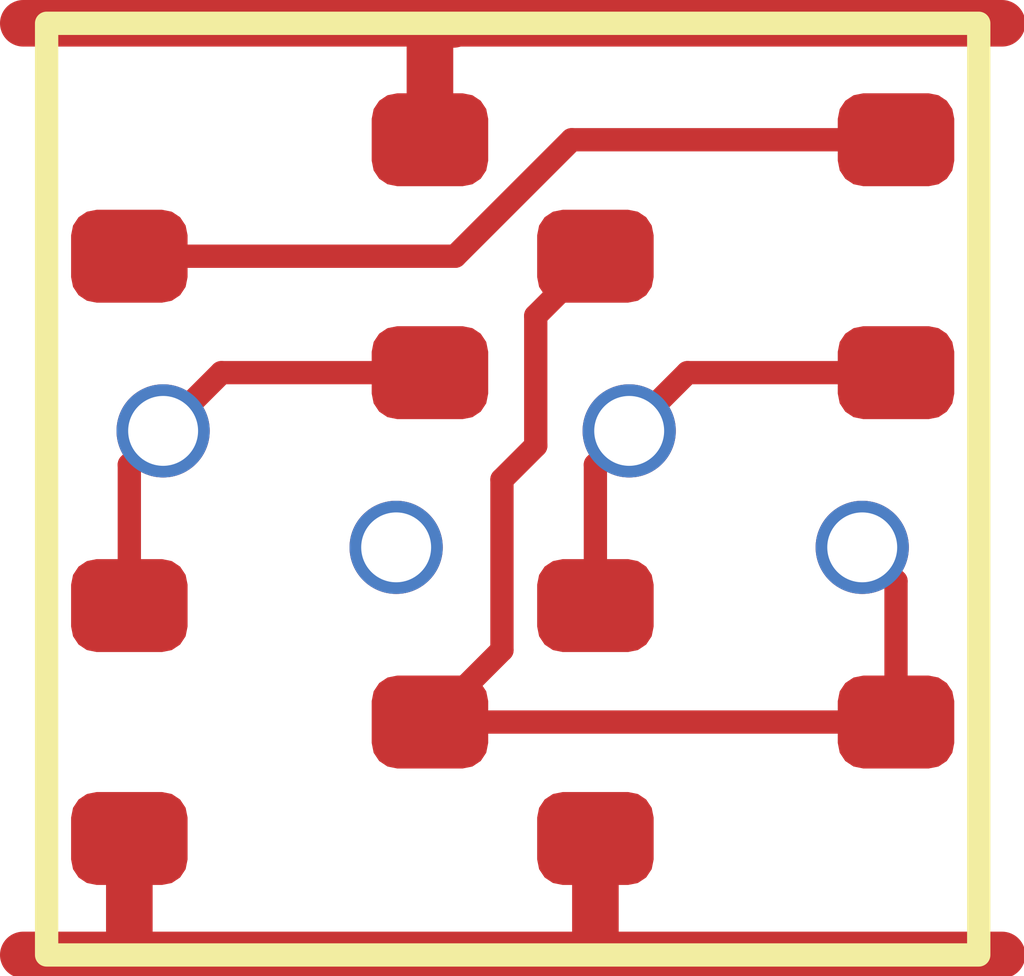
<source format=kicad_pcb>
(kicad_pcb (version 20241229) (generator "pcbnew") (generator_version "9.0")
  (layers (0 "F.Cu" signal) (2 "B.Cu" signal) (13 "F.Paste" user) (15 "B.Paste" user) (5 "F.SilkS" user "F.Silkscreen") (7 "B.SilkS" user "B.Silkscreen") (1 "F.Mask" user) (3 "B.Mask" user) (25 "Edge.Cuts" user))
  (net 0 "")
  (net 1 "Y")
  (net 2 "GND")
  (net 3 "A1")
  (net 4 "VDD")
  (net 5 "int1")
  (net 6 "A2")
  (footprint "RV523:SOT523" (layer "F.Cu") (at 3 1 180)
    (property "Reference" "N2" (hide yes))
    (property "Value" "NMOS" (hide yes))
    (pad "1" smd roundrect (at -0.645 -0.5) (size 0.5 0.399) (layers "F.Cu" "F.Mask" "F.Paste") (roundrect_rratio 0.275) (net 6 "A2"))
    (pad "2" smd roundrect (at -0.645 0.5) (size 0.5 0.399) (layers "F.Cu" "F.Mask" "F.Paste") (roundrect_rratio 0.275) (net 5 "int1"))
    (pad "3" smd roundrect (at 0.645 0) (size 0.5 0.399) (layers "F.Cu" "F.Mask" "F.Paste") (roundrect_rratio 0.275) (net 1 "Y"))
  )
  (footprint "RV523:SOT523" (layer "F.Cu") (at 3 3)
    (property "Reference" "P2" (hide yes))
    (property "Value" "PMOS" (hide yes))
    (pad "1" smd roundrect (at -0.645 -0.5 180) (size 0.5 0.399) (layers "F.Cu" "F.Mask" "F.Paste") (roundrect_rratio 0.275) (net 6 "A2"))
    (pad "2" smd roundrect (at -0.645 0.5 180) (size 0.5 0.399) (layers "F.Cu" "F.Mask" "F.Paste") (roundrect_rratio 0.275) (net 4 "VDD"))
    (pad "3" smd roundrect (at 0.645 0 180) (size 0.5 0.399) (layers "F.Cu" "F.Mask" "F.Paste") (roundrect_rratio 0.275) (net 1 "Y"))
  )
  (footprint "RV523:SOT523" (layer "F.Cu") (at 1 1 180)
    (property "Reference" "N1" (hide yes))
    (property "Value" "NMOS" (hide yes))
    (pad "1" smd roundrect (at -0.645 -0.5) (size 0.5 0.399) (layers "F.Cu" "F.Mask" "F.Paste") (roundrect_rratio 0.275) (net 3 "A1"))
    (pad "2" smd roundrect (at -0.645 0.5) (size 0.5 0.399) (layers "F.Cu" "F.Mask" "F.Paste") (roundrect_rratio 0.275) (net 2 "GND"))
    (pad "3" smd roundrect (at 0.645 0) (size 0.5 0.399) (layers "F.Cu" "F.Mask" "F.Paste") (roundrect_rratio 0.275) (net 5 "int1"))
  )
  (footprint "RV523:SOT523" (layer "F.Cu") (at 1 3)
    (property "Reference" "P1" (hide yes))
    (property "Value" "PMOS" (hide yes))
    (pad "1" smd roundrect (at -0.645 -0.5 180) (size 0.5 0.399) (layers "F.Cu" "F.Mask" "F.Paste") (roundrect_rratio 0.275) (net 3 "A1"))
    (pad "2" smd roundrect (at -0.645 0.5 180) (size 0.5 0.399) (layers "F.Cu" "F.Mask" "F.Paste") (roundrect_rratio 0.275) (net 4 "VDD"))
    (pad "3" smd roundrect (at 0.645 0 180) (size 0.5 0.399) (layers "F.Cu" "F.Mask" "F.Paste") (roundrect_rratio 0.275) (net 1 "Y"))
  )
  (gr_rect (start 0 0) (end 4 4) (stroke (width 0.1)) (fill no) (layer "F.SilkS"))
  (via (at 1.5 2.25) (size 0.4) (drill 0.3) (layers "F.Cu" "B.Cu") (net 0))
  (segment (start 3.645 3) (end 3.645 2.395) (width 0.1) (layer "F.Cu") (net 1))
  (segment (start 3.645 2.395) (end 3.5 2.25) (width 0.1) (layer "F.Cu") (net 1))
  (segment (start 1.954 1.959) (end 2.099 1.814) (width 0.1) (layer "F.Cu") (net 1))
  (segment (start 2.099 1.256) (end 2.355 1) (width 0.1) (layer "F.Cu") (net 1))
  (segment (start 1.954 2.691) (end 1.954 1.959) (width 0.1) (layer "F.Cu") (net 1))
  (segment (start 1.645 3) (end 1.954 2.691) (width 0.1) (layer "F.Cu") (net 1))
  (segment (start 3.645 3) (end 1.645 3) (width 0.1) (layer "F.Cu") (net 1))
  (segment (start 2.099 1.814) (end 2.099 1.256) (width 0.1) (layer "F.Cu") (net 1))
  (via (at 3.5 2.25) (size 0.4) (drill 0.3) (layers "F.Cu" "B.Cu") (net 1))
  (segment (start 1.6 0) (end 1.75 0) (width 0.2) (layer "F.Cu") (net 2))
  (segment (start 1.645 0.045) (end 1.6 0) (width 0.2) (layer "F.Cu") (net 2))
  (segment (start 1.645 0.5) (end 1.645 0.045) (width 0.2) (layer "F.Cu") (net 2))
  (segment (start -0.1 0) (end 1.6 0) (width 0.2) (layer "F.Cu") (net 2))
  (segment (start 1.745 0.005) (end 1.75 0) (width 0.2) (layer "F.Cu") (net 2))
  (segment (start 1.75 0) (end 4.1 0) (width 0.2) (layer "F.Cu") (net 2))
  (segment (start 0.75 1.5) (end 0.5 1.75) (width 0.1) (layer "F.Cu") (net 3))
  (segment (start 1.645 1.5) (end 0.75 1.5) (width 0.1) (layer "F.Cu") (net 3))
  (segment (start 0.355 2.5) (end 0.355 1.895) (width 0.1) (layer "F.Cu") (net 3))
  (segment (start 0.355 1.895) (end 0.5 1.75) (width 0.1) (layer "F.Cu") (net 3))
  (via (at 0.5 1.75) (size 0.4) (drill 0.3) (layers "F.Cu" "B.Cu") (net 3))
  (segment (start 2.355 3.5) (end 2.355 3.955) (width 0.2) (layer "F.Cu") (net 4))
  (segment (start 0.355 3.5) (end 0.355 3.895) (width 0.2) (layer "F.Cu") (net 4))
  (segment (start 2.4 4) (end 4.1 4) (width 0.2) (layer "F.Cu") (net 4))
  (segment (start -0.1 4) (end 2.4 4) (width 0.2) (layer "F.Cu") (net 4))
  (segment (start 2.355 3.955) (end 2.4 4) (width 0.2) (layer "F.Cu") (net 4))
  (segment (start 1.753188 1) (end 2.253188 0.5) (width 0.1) (layer "F.Cu") (net 5))
  (segment (start 0.355 1) (end 1.753188 1) (width 0.1) (layer "F.Cu") (net 5))
  (segment (start 2.253188 0.5) (end 3.645 0.5) (width 0.1) (layer "F.Cu") (net 5))
  (segment (start 2.355 1.895) (end 2.5 1.75) (width 0.1) (layer "F.Cu") (net 6))
  (segment (start 2.355 2.5) (end 2.355 1.895) (width 0.1) (layer "F.Cu") (net 6))
  (segment (start 3.645 1.5) (end 2.75 1.5) (width 0.1) (layer "F.Cu") (net 6))
  (segment (start 2.75 1.5) (end 2.5 1.75) (width 0.1) (layer "F.Cu") (net 6))
  (via (at 2.5 1.75) (size 0.4) (drill 0.3) (layers "F.Cu" "B.Cu") (net 6))
)
</source>
